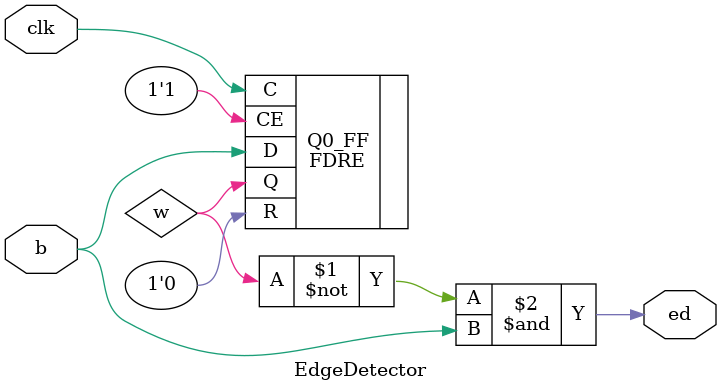
<source format=v>
`timescale 1ns / 1ps


module EdgeDetector(
    input b,
    input clk,
    output ed
    );
    
    wire w;
    //01
    FDRE #(.INIT(1'b0)) Q0_FF (.C(clk), .R(1'b0), .CE(1'b1), .D(b), .Q(w));
    assign ed = ~w & b;
endmodule

</source>
